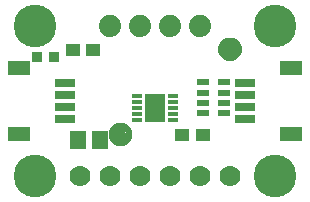
<source format=gbr>
G04 EAGLE Gerber RS-274X export*
G75*
%MOMM*%
%FSLAX34Y34*%
%LPD*%
%INSoldermask Top*%
%IPPOS*%
%AMOC8*
5,1,8,0,0,1.08239X$1,22.5*%
G01*
%ADD10R,1.176600X1.101600*%
%ADD11R,1.341600X1.601600*%
%ADD12C,1.879600*%
%ADD13C,1.778000*%
%ADD14C,3.617600*%
%ADD15R,1.651600X0.701600*%
%ADD16R,1.901600X1.301600*%
%ADD17R,1.001600X0.551600*%
%ADD18C,1.101600*%
%ADD19C,0.500000*%
%ADD20R,0.901600X0.901600*%
%ADD21R,0.901600X0.351600*%
%ADD22R,1.681600X2.451600*%


D10*
X150250Y59690D03*
X167250Y59690D03*
D11*
X61620Y55880D03*
X80620Y55880D03*
D12*
X88900Y152400D03*
X114300Y152400D03*
X139700Y152400D03*
X165100Y152400D03*
D13*
X63500Y25400D03*
X88900Y25400D03*
X114300Y25400D03*
X139700Y25400D03*
X165100Y25400D03*
X190500Y25400D03*
D14*
X25400Y152400D03*
X228600Y152400D03*
D15*
X203460Y83900D03*
X203460Y93900D03*
X203460Y73900D03*
X203460Y103900D03*
D16*
X242460Y60900D03*
X242460Y116900D03*
D15*
X50540Y93900D03*
X50540Y83900D03*
X50540Y103900D03*
X50540Y73900D03*
D16*
X11540Y116900D03*
X11540Y60900D03*
D17*
X168030Y78440D03*
X185030Y78440D03*
X168030Y87440D03*
X168030Y95440D03*
X168030Y104440D03*
X185030Y104440D03*
X185030Y87440D03*
X185030Y95440D03*
D18*
X97790Y60325D03*
D19*
X97790Y67825D02*
X97609Y67823D01*
X97428Y67816D01*
X97247Y67805D01*
X97066Y67790D01*
X96886Y67770D01*
X96706Y67746D01*
X96527Y67718D01*
X96349Y67685D01*
X96172Y67648D01*
X95995Y67607D01*
X95820Y67562D01*
X95645Y67512D01*
X95472Y67458D01*
X95301Y67400D01*
X95130Y67338D01*
X94962Y67271D01*
X94795Y67201D01*
X94629Y67127D01*
X94466Y67048D01*
X94305Y66966D01*
X94145Y66880D01*
X93988Y66790D01*
X93833Y66696D01*
X93680Y66599D01*
X93530Y66497D01*
X93382Y66393D01*
X93236Y66284D01*
X93094Y66173D01*
X92954Y66057D01*
X92817Y65939D01*
X92682Y65817D01*
X92551Y65692D01*
X92423Y65564D01*
X92298Y65433D01*
X92176Y65298D01*
X92058Y65161D01*
X91942Y65021D01*
X91831Y64879D01*
X91722Y64733D01*
X91618Y64585D01*
X91516Y64435D01*
X91419Y64282D01*
X91325Y64127D01*
X91235Y63970D01*
X91149Y63810D01*
X91067Y63649D01*
X90988Y63486D01*
X90914Y63320D01*
X90844Y63153D01*
X90777Y62985D01*
X90715Y62814D01*
X90657Y62643D01*
X90603Y62470D01*
X90553Y62295D01*
X90508Y62120D01*
X90467Y61943D01*
X90430Y61766D01*
X90397Y61588D01*
X90369Y61409D01*
X90345Y61229D01*
X90325Y61049D01*
X90310Y60868D01*
X90299Y60687D01*
X90292Y60506D01*
X90290Y60325D01*
X97790Y67825D02*
X97971Y67823D01*
X98152Y67816D01*
X98333Y67805D01*
X98514Y67790D01*
X98694Y67770D01*
X98874Y67746D01*
X99053Y67718D01*
X99231Y67685D01*
X99408Y67648D01*
X99585Y67607D01*
X99760Y67562D01*
X99935Y67512D01*
X100108Y67458D01*
X100279Y67400D01*
X100450Y67338D01*
X100618Y67271D01*
X100785Y67201D01*
X100951Y67127D01*
X101114Y67048D01*
X101275Y66966D01*
X101435Y66880D01*
X101592Y66790D01*
X101747Y66696D01*
X101900Y66599D01*
X102050Y66497D01*
X102198Y66393D01*
X102344Y66284D01*
X102486Y66173D01*
X102626Y66057D01*
X102763Y65939D01*
X102898Y65817D01*
X103029Y65692D01*
X103157Y65564D01*
X103282Y65433D01*
X103404Y65298D01*
X103522Y65161D01*
X103638Y65021D01*
X103749Y64879D01*
X103858Y64733D01*
X103962Y64585D01*
X104064Y64435D01*
X104161Y64282D01*
X104255Y64127D01*
X104345Y63970D01*
X104431Y63810D01*
X104513Y63649D01*
X104592Y63486D01*
X104666Y63320D01*
X104736Y63153D01*
X104803Y62985D01*
X104865Y62814D01*
X104923Y62643D01*
X104977Y62470D01*
X105027Y62295D01*
X105072Y62120D01*
X105113Y61943D01*
X105150Y61766D01*
X105183Y61588D01*
X105211Y61409D01*
X105235Y61229D01*
X105255Y61049D01*
X105270Y60868D01*
X105281Y60687D01*
X105288Y60506D01*
X105290Y60325D01*
X105288Y60144D01*
X105281Y59963D01*
X105270Y59782D01*
X105255Y59601D01*
X105235Y59421D01*
X105211Y59241D01*
X105183Y59062D01*
X105150Y58884D01*
X105113Y58707D01*
X105072Y58530D01*
X105027Y58355D01*
X104977Y58180D01*
X104923Y58007D01*
X104865Y57836D01*
X104803Y57665D01*
X104736Y57497D01*
X104666Y57330D01*
X104592Y57164D01*
X104513Y57001D01*
X104431Y56840D01*
X104345Y56680D01*
X104255Y56523D01*
X104161Y56368D01*
X104064Y56215D01*
X103962Y56065D01*
X103858Y55917D01*
X103749Y55771D01*
X103638Y55629D01*
X103522Y55489D01*
X103404Y55352D01*
X103282Y55217D01*
X103157Y55086D01*
X103029Y54958D01*
X102898Y54833D01*
X102763Y54711D01*
X102626Y54593D01*
X102486Y54477D01*
X102344Y54366D01*
X102198Y54257D01*
X102050Y54153D01*
X101900Y54051D01*
X101747Y53954D01*
X101592Y53860D01*
X101435Y53770D01*
X101275Y53684D01*
X101114Y53602D01*
X100951Y53523D01*
X100785Y53449D01*
X100618Y53379D01*
X100450Y53312D01*
X100279Y53250D01*
X100108Y53192D01*
X99935Y53138D01*
X99760Y53088D01*
X99585Y53043D01*
X99408Y53002D01*
X99231Y52965D01*
X99053Y52932D01*
X98874Y52904D01*
X98694Y52880D01*
X98514Y52860D01*
X98333Y52845D01*
X98152Y52834D01*
X97971Y52827D01*
X97790Y52825D01*
X97609Y52827D01*
X97428Y52834D01*
X97247Y52845D01*
X97066Y52860D01*
X96886Y52880D01*
X96706Y52904D01*
X96527Y52932D01*
X96349Y52965D01*
X96172Y53002D01*
X95995Y53043D01*
X95820Y53088D01*
X95645Y53138D01*
X95472Y53192D01*
X95301Y53250D01*
X95130Y53312D01*
X94962Y53379D01*
X94795Y53449D01*
X94629Y53523D01*
X94466Y53602D01*
X94305Y53684D01*
X94145Y53770D01*
X93988Y53860D01*
X93833Y53954D01*
X93680Y54051D01*
X93530Y54153D01*
X93382Y54257D01*
X93236Y54366D01*
X93094Y54477D01*
X92954Y54593D01*
X92817Y54711D01*
X92682Y54833D01*
X92551Y54958D01*
X92423Y55086D01*
X92298Y55217D01*
X92176Y55352D01*
X92058Y55489D01*
X91942Y55629D01*
X91831Y55771D01*
X91722Y55917D01*
X91618Y56065D01*
X91516Y56215D01*
X91419Y56368D01*
X91325Y56523D01*
X91235Y56680D01*
X91149Y56840D01*
X91067Y57001D01*
X90988Y57164D01*
X90914Y57330D01*
X90844Y57497D01*
X90777Y57665D01*
X90715Y57836D01*
X90657Y58007D01*
X90603Y58180D01*
X90553Y58355D01*
X90508Y58530D01*
X90467Y58707D01*
X90430Y58884D01*
X90397Y59062D01*
X90369Y59241D01*
X90345Y59421D01*
X90325Y59601D01*
X90310Y59782D01*
X90299Y59963D01*
X90292Y60144D01*
X90290Y60325D01*
D18*
X190500Y132461D03*
D19*
X190500Y139961D02*
X190319Y139959D01*
X190138Y139952D01*
X189957Y139941D01*
X189776Y139926D01*
X189596Y139906D01*
X189416Y139882D01*
X189237Y139854D01*
X189059Y139821D01*
X188882Y139784D01*
X188705Y139743D01*
X188530Y139698D01*
X188355Y139648D01*
X188182Y139594D01*
X188011Y139536D01*
X187840Y139474D01*
X187672Y139407D01*
X187505Y139337D01*
X187339Y139263D01*
X187176Y139184D01*
X187015Y139102D01*
X186855Y139016D01*
X186698Y138926D01*
X186543Y138832D01*
X186390Y138735D01*
X186240Y138633D01*
X186092Y138529D01*
X185946Y138420D01*
X185804Y138309D01*
X185664Y138193D01*
X185527Y138075D01*
X185392Y137953D01*
X185261Y137828D01*
X185133Y137700D01*
X185008Y137569D01*
X184886Y137434D01*
X184768Y137297D01*
X184652Y137157D01*
X184541Y137015D01*
X184432Y136869D01*
X184328Y136721D01*
X184226Y136571D01*
X184129Y136418D01*
X184035Y136263D01*
X183945Y136106D01*
X183859Y135946D01*
X183777Y135785D01*
X183698Y135622D01*
X183624Y135456D01*
X183554Y135289D01*
X183487Y135121D01*
X183425Y134950D01*
X183367Y134779D01*
X183313Y134606D01*
X183263Y134431D01*
X183218Y134256D01*
X183177Y134079D01*
X183140Y133902D01*
X183107Y133724D01*
X183079Y133545D01*
X183055Y133365D01*
X183035Y133185D01*
X183020Y133004D01*
X183009Y132823D01*
X183002Y132642D01*
X183000Y132461D01*
X190500Y139961D02*
X190681Y139959D01*
X190862Y139952D01*
X191043Y139941D01*
X191224Y139926D01*
X191404Y139906D01*
X191584Y139882D01*
X191763Y139854D01*
X191941Y139821D01*
X192118Y139784D01*
X192295Y139743D01*
X192470Y139698D01*
X192645Y139648D01*
X192818Y139594D01*
X192989Y139536D01*
X193160Y139474D01*
X193328Y139407D01*
X193495Y139337D01*
X193661Y139263D01*
X193824Y139184D01*
X193985Y139102D01*
X194145Y139016D01*
X194302Y138926D01*
X194457Y138832D01*
X194610Y138735D01*
X194760Y138633D01*
X194908Y138529D01*
X195054Y138420D01*
X195196Y138309D01*
X195336Y138193D01*
X195473Y138075D01*
X195608Y137953D01*
X195739Y137828D01*
X195867Y137700D01*
X195992Y137569D01*
X196114Y137434D01*
X196232Y137297D01*
X196348Y137157D01*
X196459Y137015D01*
X196568Y136869D01*
X196672Y136721D01*
X196774Y136571D01*
X196871Y136418D01*
X196965Y136263D01*
X197055Y136106D01*
X197141Y135946D01*
X197223Y135785D01*
X197302Y135622D01*
X197376Y135456D01*
X197446Y135289D01*
X197513Y135121D01*
X197575Y134950D01*
X197633Y134779D01*
X197687Y134606D01*
X197737Y134431D01*
X197782Y134256D01*
X197823Y134079D01*
X197860Y133902D01*
X197893Y133724D01*
X197921Y133545D01*
X197945Y133365D01*
X197965Y133185D01*
X197980Y133004D01*
X197991Y132823D01*
X197998Y132642D01*
X198000Y132461D01*
X197998Y132280D01*
X197991Y132099D01*
X197980Y131918D01*
X197965Y131737D01*
X197945Y131557D01*
X197921Y131377D01*
X197893Y131198D01*
X197860Y131020D01*
X197823Y130843D01*
X197782Y130666D01*
X197737Y130491D01*
X197687Y130316D01*
X197633Y130143D01*
X197575Y129972D01*
X197513Y129801D01*
X197446Y129633D01*
X197376Y129466D01*
X197302Y129300D01*
X197223Y129137D01*
X197141Y128976D01*
X197055Y128816D01*
X196965Y128659D01*
X196871Y128504D01*
X196774Y128351D01*
X196672Y128201D01*
X196568Y128053D01*
X196459Y127907D01*
X196348Y127765D01*
X196232Y127625D01*
X196114Y127488D01*
X195992Y127353D01*
X195867Y127222D01*
X195739Y127094D01*
X195608Y126969D01*
X195473Y126847D01*
X195336Y126729D01*
X195196Y126613D01*
X195054Y126502D01*
X194908Y126393D01*
X194760Y126289D01*
X194610Y126187D01*
X194457Y126090D01*
X194302Y125996D01*
X194145Y125906D01*
X193985Y125820D01*
X193824Y125738D01*
X193661Y125659D01*
X193495Y125585D01*
X193328Y125515D01*
X193160Y125448D01*
X192989Y125386D01*
X192818Y125328D01*
X192645Y125274D01*
X192470Y125224D01*
X192295Y125179D01*
X192118Y125138D01*
X191941Y125101D01*
X191763Y125068D01*
X191584Y125040D01*
X191404Y125016D01*
X191224Y124996D01*
X191043Y124981D01*
X190862Y124970D01*
X190681Y124963D01*
X190500Y124961D01*
X190319Y124963D01*
X190138Y124970D01*
X189957Y124981D01*
X189776Y124996D01*
X189596Y125016D01*
X189416Y125040D01*
X189237Y125068D01*
X189059Y125101D01*
X188882Y125138D01*
X188705Y125179D01*
X188530Y125224D01*
X188355Y125274D01*
X188182Y125328D01*
X188011Y125386D01*
X187840Y125448D01*
X187672Y125515D01*
X187505Y125585D01*
X187339Y125659D01*
X187176Y125738D01*
X187015Y125820D01*
X186855Y125906D01*
X186698Y125996D01*
X186543Y126090D01*
X186390Y126187D01*
X186240Y126289D01*
X186092Y126393D01*
X185946Y126502D01*
X185804Y126613D01*
X185664Y126729D01*
X185527Y126847D01*
X185392Y126969D01*
X185261Y127094D01*
X185133Y127222D01*
X185008Y127353D01*
X184886Y127488D01*
X184768Y127625D01*
X184652Y127765D01*
X184541Y127907D01*
X184432Y128053D01*
X184328Y128201D01*
X184226Y128351D01*
X184129Y128504D01*
X184035Y128659D01*
X183945Y128816D01*
X183859Y128976D01*
X183777Y129137D01*
X183698Y129300D01*
X183624Y129466D01*
X183554Y129633D01*
X183487Y129801D01*
X183425Y129972D01*
X183367Y130143D01*
X183313Y130316D01*
X183263Y130491D01*
X183218Y130666D01*
X183177Y130843D01*
X183140Y131020D01*
X183107Y131198D01*
X183079Y131377D01*
X183055Y131557D01*
X183035Y131737D01*
X183020Y131918D01*
X183009Y132099D01*
X183002Y132280D01*
X183000Y132461D01*
D14*
X25400Y25400D03*
X228600Y25400D03*
D20*
X41790Y125730D03*
X26790Y125730D03*
D10*
X57540Y132080D03*
X74540Y132080D03*
D21*
X142000Y72550D03*
X142000Y77550D03*
X142000Y82550D03*
X142000Y87550D03*
X142000Y92550D03*
X112000Y92550D03*
X112000Y87550D03*
X112000Y82550D03*
X112000Y77550D03*
X112000Y72550D03*
D22*
X127000Y82550D03*
M02*

</source>
